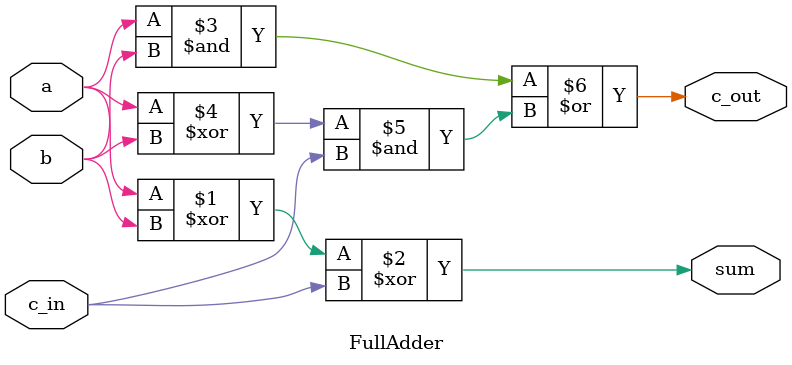
<source format=v>
module FullAdder(input a, input b, input c_in, output sum, output c_out);
    assign sum = (a ^ b) ^ c_in;
    assign c_out = (a & b) | ((a ^ b) & c_in);
endmodule
</source>
